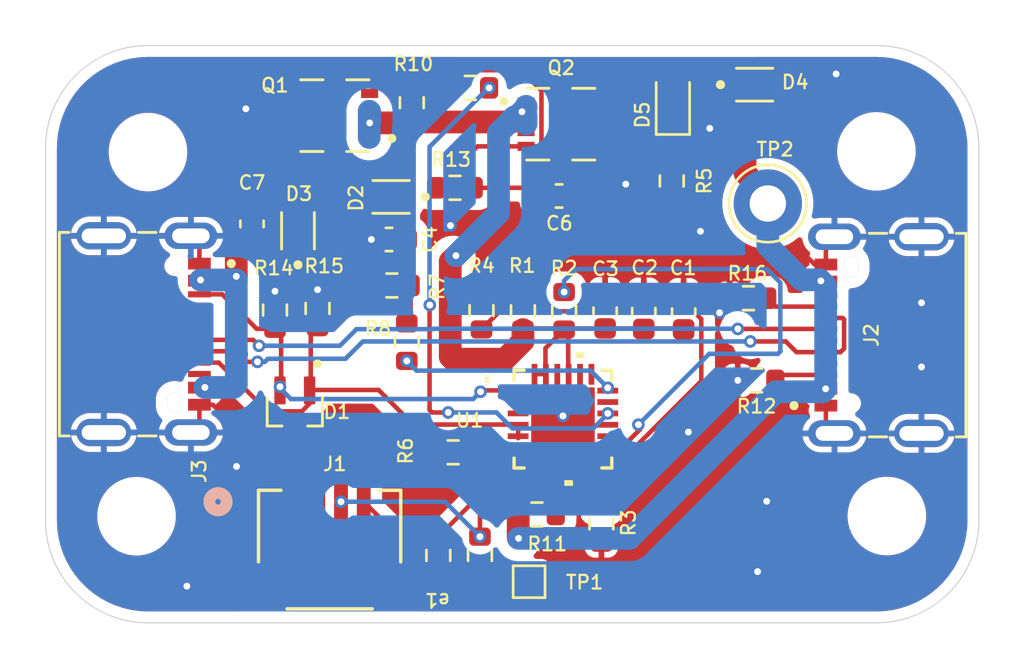
<source format=kicad_pcb>
(kicad_pcb
	(version 20241229)
	(generator "pcbnew")
	(generator_version "9.0")
	(general
		(thickness 1.606)
		(legacy_teardrops no)
	)
	(paper "A4")
	(layers
		(0 "F.Cu" signal "TOP")
		(2 "B.Cu" signal "BOTTOM")
		(9 "F.Adhes" user "F.Adhesive")
		(11 "B.Adhes" user "B.Adhesive")
		(13 "F.Paste" user "Top Paste")
		(15 "B.Paste" user "Bottom Paste")
		(5 "F.SilkS" user "Top Overlay")
		(7 "B.SilkS" user "Bottom Overlay")
		(1 "F.Mask" user "Top Solder")
		(3 "B.Mask" user "Bottom Solder")
		(17 "Dwgs.User" user "User.Drawings")
		(19 "Cmts.User" user "User.Comments")
		(21 "Eco1.User" user "User.Eco1")
		(23 "Eco2.User" user "User.Eco2")
		(25 "Edge.Cuts" user)
		(27 "Margin" user)
		(31 "F.CrtYd" user "F.Courtyard")
		(29 "B.CrtYd" user "B.Courtyard")
		(35 "F.Fab" user "Mechanical 12")
		(33 "B.Fab" user "Top Assembly")
		(39 "User.1" back "Top 3D Body")
		(41 "User.2" user "Top Designator")
		(43 "User.3" user "Route Tool Path")
		(45 "User.4" user "Board")
		(47 "User.5" user "Mechanical 5")
		(49 "User.6" user "Bottom Courtyard")
		(51 "User.7" user "Mechanical 7")
		(53 "User.8" user "Bottom 3D Body")
		(55 "User.9" user "Mechanical 9")
		(57 "User.10" user "Bottom Assembly")
		(59 "User.11" user "Mechanical 11")
		(61 "User.12" user "Mechanical 14")
		(63 "User.13" user "Top Courtyard")
		(65 "User.14" user "Mechanical 16")
	)
	(setup
		(pad_to_mask_clearance 0.05)
		(allow_soldermask_bridges_in_footprints no)
		(tenting front back)
		(aux_axis_origin 127.20111 115.16359)
		(grid_origin 127.20111 115.16359)
		(pcbplotparams
			(layerselection 0x00000000_00000000_55555555_5755f5ff)
			(plot_on_all_layers_selection 0x00000000_00000000_00000000_00000000)
			(disableapertmacros no)
			(usegerberextensions no)
			(usegerberattributes yes)
			(usegerberadvancedattributes yes)
			(creategerberjobfile yes)
			(dashed_line_dash_ratio 12.000000)
			(dashed_line_gap_ratio 3.000000)
			(svgprecision 4)
			(plotframeref no)
			(mode 1)
			(useauxorigin no)
			(hpglpennumber 1)
			(hpglpenspeed 20)
			(hpglpendiameter 15.000000)
			(pdf_front_fp_property_popups yes)
			(pdf_back_fp_property_popups yes)
			(pdf_metadata yes)
			(pdf_single_document no)
			(dxfpolygonmode yes)
			(dxfimperialunits yes)
			(dxfusepcbnewfont yes)
			(psnegative no)
			(psa4output no)
			(plot_black_and_white yes)
			(sketchpadsonfab no)
			(plotpadnumbers no)
			(hidednponfab no)
			(sketchdnponfab yes)
			(crossoutdnponfab yes)
			(subtractmaskfromsilk no)
			(outputformat 1)
			(mirror no)
			(drillshape 1)
			(scaleselection 1)
			(outputdirectory "")
		)
	)
	(net 0 "")
	(net 1 "GND")
	(net 2 "/Power Subsystem/USB_CC1")
	(net 3 "/Power Subsystem/USB_CC2")
	(net 4 "Net-(C4-Pad1)")
	(net 5 "/Power Subsystem/D+")
	(net 6 "/Power Subsystem/D-")
	(net 7 "Net-(C6-Pad1)")
	(net 8 "Net-(R5-Pad1)")
	(net 9 "unconnected-(J1-Pad2)")
	(net 10 "/Power Subsystem/SDA")
	(net 11 "/Power Subsystem/SCL")
	(net 12 "/Power Subsystem/2V7")
	(net 13 "unconnected-(J2-SBU2-Pad4)")
	(net 14 "unconnected-(J2-SBU1-Pad10)")
	(net 15 "/Power Subsystem/USB_VBUS")
	(net 16 "Net-(D5-K)")
	(net 17 "/Power Subsystem/VBUS_VS_DISCH")
	(net 18 "/Power Subsystem/Vsink")
	(net 19 "unconnected-(J3-SBU1-Pad10)")
	(net 20 "unconnected-(J3-SBU2-Pad4)")
	(net 21 "Net-(Q1-Pad4)")
	(net 22 "Net-(U1-ADDR0)")
	(net 23 "Net-(U1-ADDR1)")
	(net 24 "Net-(U1-RESET)")
	(net 25 "Net-(U1-VBUS_EN_SNK)")
	(net 26 "Net-(U1-DISCH)")
	(net 27 "unconnected-(U1-A_B_SIDE-Pad17)")
	(net 28 "unconnected-(U1-GPIO-Pad15)")
	(net 29 "unconnected-(U1-POWER_OK3-Pad14)")
	(net 30 "unconnected-(U1-ALERT-Pad19)")
	(net 31 "unconnected-(U1-POWER_OK2-Pad20)")
	(net 32 "unconnected-(U1-ATTACH-Pad11)")
	(footprint (layer "F.Cu") (at 103.88891 94.6064))
	(footprint "capstone-project:JAE_DX07S016JA1R1500" (layer "F.Cu") (at 105.55 86.61 -90))
	(footprint "capstone-project:TVS_ESDA25P35-1U1M" (layer "F.Cu") (at 110.98 82.065 90))
	(footprint "capstone-project:TRANS_STL6P3LLH6" (layer "F.Cu") (at 122.525 77.385))
	(footprint "Resistor_SMD:R_0603_1608Metric" (layer "F.Cu") (at 115.105 84.47 180))
	(footprint (layer "F.Cu") (at 136.85 94.6))
	(footprint "Capacitor_SMD:C_0603_1608Metric" (layer "F.Cu") (at 114.98 82.45 180))
	(footprint "Capacitor_SMD:C_0603_1608Metric" (layer "F.Cu") (at 108.96 81.765 90))
	(footprint "Resistor_SMD:R_0603_1608Metric" (layer "F.Cu") (at 109.97 85.55 90))
	(footprint "Resistor_SMD:R_0603_1608Metric" (layer "F.Cu") (at 117.1448 96.33 90))
	(footprint (layer "F.Cu") (at 104.39 78.61))
	(footprint "Resistor_SMD:R_0603_1608Metric" (layer "F.Cu") (at 122.6715 85.5835 -90))
	(footprint "Resistor_SMD:R_0603_1608Metric" (layer "F.Cu") (at 131.125 88.64 180))
	(footprint "capstone-project:JAE_DX07S016JA1R1500" (layer "F.Cu") (at 135.27 86.65 90))
	(footprint "Resistor_SMD:R_0603_1608Metric" (layer "F.Cu") (at 117.795 91.8))
	(footprint "Resistor_SMD:R_0603_1608Metric" (layer "F.Cu") (at 120.8615 85.5835 -90))
	(footprint "Resistor_SMD:R_0603_1608Metric" (layer "F.Cu") (at 130.77 85.03 180))
	(footprint "TestPoint:TestPoint_Pad_1.0x1.0mm" (layer "F.Cu") (at 121.1326 97.4852))
	(footprint "Resistor_SMD:R_0603_1608Metric" (layer "F.Cu") (at 115.98 76.44 -90))
	(footprint "Resistor_SMD:R_0603_1608Metric" (layer "F.Cu") (at 127.4 79.88 -90))
	(footprint "capstone-project:CONN_PRT-14417_SPK" (layer "F.Cu") (at 112.369999 96.0715))
	(footprint "Resistor_SMD:R_0603_1608Metric" (layer "F.Cu") (at 121.48 94.53))
	(footprint "LED_SMD:LED_0603_1608Metric" (layer "F.Cu") (at 127.45 76.3525 90))
	(footprint "Capacitor_SMD:C_0603_1608Metric" (layer "F.Cu") (at 126.1715 85.6035 -90))
	(footprint "Resistor_SMD:R_0603_1608Metric" (layer "F.Cu") (at 115.76 86.96 90))
	(footprint "capstone-project:TVS_ESDA25P35-1U1M" (layer "F.Cu") (at 115.0725 80.58 180))
	(footprint "Resistor_SMD:R_0603_1608Metric" (layer "F.Cu") (at 118.9736 96.33 90))
	(footprint "capstone-project:SOT65P210X110-3N" (layer "F.Cu") (at 110.84 90.02 -90))
	(footprint "Resistor_SMD:R_0603_1608Metric" (layer "F.Cu") (at 117.875 80.18 180))
	(footprint "Capacitor_SMD:C_0603_1608Metric" (layer "F.Cu") (at 127.9215 85.6235 -90))
	(footprint "Capacitor_SMD:C_0603_1608Metric" (layer "F.Cu") (at 124.4715 85.5835 -90))
	(footprint "Resistor_SMD:R_0603_1608Metric" (layer "F.Cu") (at 124.3076 94.9452 90))
	(footprint "capstone-project:TRANS_STL6P3LLH6" (layer "F.Cu") (at 112.6 77.01 180))
	(footprint "Resistor_SMD:R_0603_1608Metric" (layer "F.Cu") (at 111.84 85.48 90))
	(footprint "Resistor_SMD:R_0603_1608Metric" (layer "F.Cu") (at 119.0415 85.5765 -90))
	(footprint "Capacitor_SMD:C_0603_1608Metric" (layer "F.Cu") (at 122.45 80.54))
	(footprint "capstone-project:STUSB4500QTR"
		(layer "F.Cu")
		(uuid "e6eb8c3d-74c9-408e-8fbd-caef8da7c2cc")
		(at 122.62 90.3415)
		(tags "STUSB4500QTR ")
		(property "Reference" "U1"
			(at -4.096667 0.056896 0)
			(unlocked yes)
			(layer "F.SilkS")
			(uuid "8c99341b-22e3-43bc-a7db-20b2a29c4ef6")
			(effects
				(font
					(size 0.6 0.6)
					(thickness 0.1)
					(bold yes)
				)
			)
		)
		(property "Value" "STUSB4500QTR"
			(at 0 0 0)
			(unlocked yes)
			(layer "F.Fab")
			(hide yes)
			(uuid "328033da-a51d-4a81-bb97-a262a857d295")
			(effects
				(font
					(size 1 1)
					(thickness 0.15)
				)
			)
		)
		(property "Datasheet" "https://www.st.com/resource/en/datasheet/stusb4500.pdf"
			(at 0 0 0)
			(layer "F.Fab")
			(hide yes)
			(uuid "9e9fc058-5a63-4a82-b456-fa8a2200c102")
			(effects
				(font
					(size 1.27 1.27)
					(thickness 0.15)
				)
			)
		)
		(property "Description" ""
			(at 0 0 0)
			(layer "F.Fab")
			(hide yes)
			(uuid "16493460-4881-47bc-bf25-c78b59a99d72")
			(effects
				(font
					(size 1.27 1.27)
					(thickness 0.15)
				)
			)
		)
		(property ki_fp_filters "QFN24EP_4X4_STM QFN24EP_4X4_STM-M QFN24EP_4X4_STM-L")
		(path "/9fe85a84-eb88-4cb0-ad9c-c856ce023e7b/a1360c75-541a-4f9d-87ce-9d99d490258e")
		(sheetname "/Power Subsystem/")
		(sheetfile "power-subsystem.kicad_sch")
		(attr smd)
		(fp_line
			(start -2.1463 -2.1463)
			(end -2.1463 -1.70974)
			(stroke
				(width 0.1524)
				(type solid)
			)
			(layer "F.SilkS")
			(uuid "5102caad-0c4c-48bb-9e75-f03d7e9626ea")
		)
		(fp_line
			(start -2.1463 1.70974)
			(end -2.1463 2.1463)
			(stroke
				(width 0.1524)
				(type solid)
			)
			(layer "F.SilkS")
			(uuid "7357d53b-f993-46dd-b778-126a11d62e89")
		)
		(fp_line
			(start -2.1463 2.1463)
			(end -1.70974 2.1463)
			(stroke
				(width 0.1524)
				(type solid)
			)
			(layer "F.SilkS")
			(uuid "3d3bc632-6c14-4830-b7af-2274e8da92ee")
		)
		(fp_line
			(start -1.70974 -2.1463)
			(end -2.1463 -2.1463)
			(stroke
				(width 0.1524)
				(type solid)
			)
			(layer "F.SilkS")
			(uuid "a7881cec-2524-4a6d-8621-e2cdb4280c2b")
		)
		(fp_line
			(start 1.70974 2.1463)
			(end 2.1463 2.1463)
			(stroke
				(width 0.1524)
				(type solid)
			)
			(layer "F.SilkS")
			(uuid "50cb609e-540d-4b6d-8a71-8b81efab0eb9")
		)
		(fp_line
			(start 2.1463 -2.1463)
			(end 1.70974 -2.1463)
			(stroke
				(width 0.1524)
				(type solid)
			)
			(layer "F.SilkS")
			(uuid "8e88d7a4-4a39-4625-95c4-51f3aabe6831")
		)
		(fp_line
			(start 2.1463 -1.70974)
			(end 2.1463 -2.1463)
			(stroke
				(width 0.1524)
				(type solid)
			)
			(layer "F.SilkS")
			(uuid "6b273a25-b6d8-4115-89ff-e6ee1658c44d")
		)
		(fp_line
			(start 2.1463 2.1463)
			(end 2.1463 1.70974)
			(stroke
				(width 0.1524)
				(type solid)
			)
			(layer "F.SilkS")
			(uuid "a843a047-f9f5-4d4d-b5f4-3733ca163e8b")
		)
		(fp_poly
			(pts
				(xy 0.059499 2.6797) (xy 0.059499 2.9337) (xy 0.4405 2.9337) (xy 0.4405 2.6797)
			)
			(stroke
				(width 0)
				(type solid)
			)
			(fill yes)
			(layer "F.SilkS")
			(uuid "65b79f93-861d-4000-8b42-cb3a7d976a95")
		)
		(fp_poly
			(pts
				(xy 0.559501 -2.6797) (xy 0.559501 -2.9337) (xy 0.940501 -2.9337) (xy 0.940501 -2.6797)
			)
			(stroke
				(width 0)
				(type solid)
			)
			(fill yes)
			(layer "F.SilkS")
			(uuid "480c4b1d-7d2d-4122-9783-4d21236102ec")
		)
		(fp_poly
			(pts
				(xy -1.297 -1.297) (xy -1.297 -0.1) (xy -0.1 -0.1) (xy -0.1 -1.297)
			)
			(stroke
				(width 0)
				(type solid)
			)
			(fill yes)
			(layer "F.Paste")
			(uuid "8c86019b-b719-4310-a0a6-6682da3bec33")
		)
		(fp_poly
			(pts
				(xy -1.297 0.1) (xy -1.297 1.297) (xy -0.1 1.297) (xy -0.1 0.1)
			)
			(stroke
				(width 0)
				(type solid)
			)
			(fill yes)
			(layer "F.Paste")
			(uuid "4889a0ba-d3ad-4da3-b348-13945e93453e")
		)
		(fp_poly
			(pts
				(xy 0.1 -1.297) (xy 0.1 -0.1) (xy 1.297 -0.1) (xy 1.297 -1.297)
			)
			(stroke
				(width 0)
				(type solid)
			)
			(fill yes)
			(layer "F.Paste")
			(uuid "16570387-8cd1-4c0b-860a-51226b5d8aeb")
		)
		(fp_poly
			(pts
				(xy 0.1 0.1) (xy 0.1 1.297) (xy 1.297 1.297) (xy 1.297 0.1)
			)
			(stroke
				(width 0)
				(type solid)
			)
			(fill yes)
			(layer "F.Paste")
			(uuid "cd50b4a7-8e43-4a86-b832-104e4de8a3d7")
		)
		(fp_line
			(start -2.9337 -1.885)
			(end -2.5273 -1.885)
			(stroke
				(width 0.1524)
				(type solid)
			)
			(layer "F.CrtYd")
			(uuid "6536daba-56fb-4927-85e7-cdc6b9915fd8")
		)
		(fp_line
			(start -2.9337 1.885)
			(end -2.9337 -1.885)
			(stroke
				(width 0.1524)
				(type solid)
			)
			(layer "F.CrtYd")
			(uuid "298d78cb-6fa9-48e3-b5ac-6cb555bcc2c3")
		)
		(fp_line
			(start -2.5273 -2.5273)
			(end -1.885 -2.5273)
			(stroke
				(width 0.1524)
				(type solid)
			)
			(layer "F.CrtYd")
			(uuid "371d61d9-862f-4793-86d9-c6fae380685b")
		)
		(fp_line
			(start -2.5273 -1.885)
			(end -2.5273 -2.5273)
			(stroke
				(width 0.1524)
				(type solid)
			)
			(layer "F.CrtYd")
			(uuid "4ceb9465-8907-4ce7-a390-2e3114a51547")
		)
		(fp_line
			(start -2.5273 1.885)
			(end -2.9337 1.885)
			(stroke
				(width 0.1524)
				(type solid)
			)
			(layer "F.CrtYd")
			(uuid "b7795698-de1e-4e97-9329-6f8f3f7584e1")
		)
		(fp_line
			(start -2.5273 2.5273)
			(end -2.5273 1.885)
			(stroke
				(width 0.1524)
				(type solid)
			)
			(layer "F.CrtYd")
			(uuid "396117c3-a234-4db3-88a0-5eb433501d45")
		)
		(fp_line
			(start -1.885 -2.9337)
			(end 1.885 -2.9337)
			(stroke
				(width 0.1524)
				(type solid)
			)
			(layer "F.CrtYd")
			(uuid "1739fbbb-a146-4815-abf2-801da9725b6a")
		)
		(fp_line
			(start -1.885 -2.5273)
			(end -1.885 -2.9337)
			(stroke
				(width 0.1524)
				(type solid)
			)
			(layer "F.CrtYd")
			(uuid "ddbf8f9c-38ad-4407-925a-1ff62ead3ba7")
		)
		(fp_line
			(start -1.885 2.5273)
			(end -2.5273 2.5273)
			(stroke
				(width 0.1524)
				(type solid)
			)
			(layer "F.CrtYd")
			(uuid "11ac9808-e075-4bd9-aba3-f70c488b5836")
		)
		(fp_line
			(start -1.885 2.9337)
			(end -1.885 2.5273)
			(stroke
				(width 0.1524)
				(type solid)
			)
			(layer "F.CrtYd")
			(uuid "2009bb15-2cb6-4c1f-af2c-a848a4311cd1")
		)
		(fp_line
			(start 1.885 -2.9337)
			(end 1.885 -2.5273)
			(stroke
				(width 0.1524)
				(type solid)
			)
			(layer "F.CrtYd")
			(uuid "8b25142c-9272-431a-8d49-6872eedbbfdf")
		)
		(fp_line
			(start 1.885 -2.5273)
			(end 2.5273 -2.5273)
			(stroke
				(width 0.1524)
				(type solid)
			)
			(layer "F.CrtYd")
			(uuid "8fd9ed19-5b64-4feb-b0e1-2b3efd403f2b")
		)
		(fp_line
			(start 1.885 2.5273)
			(end 1.885 2.9337)
			(stroke
				(width 0.1524)
				(type solid)
			)
			(layer "F.CrtYd")
			(uuid "ddffad5c-4ad7-4334-baeb-9c66ee2e253c")
		)
		(fp_line
			(start 1.885 2.9337)
			(end -1.885 2.9337)
			(stroke
				(width 0.1524)
				(type solid)
			)
			(layer "F.CrtYd")
			(uuid "ea3ae540-2a64-4a76-8891-d9f4d31ec17f")
		)
		(fp_line
			(start 2.5273 -2.5273)
			(end 2.5273 -1.885)
			(stroke
				(width 0.1524)
				(type solid)
			)
			(layer "F.CrtYd")
			(uuid "0e194644-3f2c-40d0-b3ca-18e2d9b37947")
		)
		(fp_line
			(start 2.5273 -1.885)
			(end 2.9337 -1.885)
			(stroke
				(width 0.1524)
				(type solid)
			)
			(layer "F.CrtYd")
			(uuid "6364a578-8363-4e54-a693-b538c5121871")
		)
		(fp_line
			(start 2.5273 1.885)
			(end 2.5273 2.5273)
			(stroke
				(width 0.1524)
				(type solid)
			)
			(layer "F.CrtYd")
			(uuid "028d024f-3695-414f-a799-e752085e85b0")
		)
		(fp_line
			(start 2.5273 2.5273)
			(end 1.885 2.5273)
			(stroke
				(width 0.1524)
				(type solid)
			)
			(layer "F.CrtYd")
			(uuid "3534b467-be7e-4162-a52d-1946bd07f743")
		)
		(fp_line
			(start 2.9337 -1.885)
			(end 2.9337 1.885)
			(stroke
				(width 0.1524)
				(type solid)
			)
			(layer "F.CrtYd")
			(uuid "40a4eaaa-006f-4d89-8bb9-f3e8ae3cd1f5")
		)
		(fp_line
			(start 2.9337 1.885)
			(end 2.5273 1.885)
			(stroke
				(width 0.1524)
				(type solid)
			)
			(layer "F.CrtYd")
			(uuid "a07a8e3a-3413-4487-bc73-5acb5d89f564")
		)
		(fp_line
			(start -2.0193 -2.0193)
			(end -2.0193 -2.0193)
			(stroke
				(width 0.0254)
				(type solid)
			)
			(layer "F.Fab")
			(uuid "9298d936-d970-47b9-82c4-f60418c43b5a")
		)
		(fp_line
			(start -2.0193 -2.0193)
			(end -2.0193 2.0193)
			(stroke
				(width 0.0254)
				(type solid)
			)
			(layer "F.Fab")
			(uuid "93526068-0ec0-403c-80a7-63d07c6c5be7")
		)
		(fp_line
			(start -2.0193 -1.4024)
			(end -2.0193 -1.4024)
			(stroke
				(width 0.0254)
				(type solid)
			)
			(layer "F.Fab")
			(uuid "e6614ea2-b710-4594-a986-a823e78a5843")
		)
		(fp_line
			(start -2.0193 -1.4024)
			(end -2.0193 -1.0976)
			(stroke
				(width 0.0254)
				(type solid)
			)
			(layer "F.Fab")
			(uuid "548d53bc-0df2-4919-a830-a9a90486b9e9")
		)
		(fp_line
			(start -2.0193 -1.0976)
			(end -2.0193 -1.4024)
			(stroke
				(width 0.0254)
				(type solid)
			)
			(layer "F.Fab")
			(uuid "ec0da90b-a3bd-4a9f-a7e7-b6718d7d6d1d")
		)
		(fp_line
			(start -2.0193 -1.0976)
			(end -2.0193 -1.0976)
			(stroke
				(width 0.0254)
				(type solid)
			)
			(layer "F.Fab")
			(uuid "08509af0-8d07-4c68-894f-c7fabec3f59d")
		)
		(fp_line
			(start -2.0193 -0.9024)
			(end -2.0193 -0.9024)
			(stroke
				(width 0.0254)
				(type solid)
			)
			(layer "F.Fab")
			(uuid "6f466535-4cd3-43cd-98b5-0043bf01f7c5")
		)
		(fp_line
			(start -2.0193 -0.9024)
			(end -2.0193 -0.5976)
			(stroke
				(width 0.0254)
				(type solid)
			)
			(layer "F.Fab")
			(uuid "f9b058ae-e44d-4fe7-b853-759a7c1fed93")
		)
		(fp_line
			(start -2.0193 -0.7493)
			(end -0.7493 -2.0193)
			(stroke
				(width 0.0254)
				(type solid)
			)
			(layer "F.Fab")
			(uuid "7166e4d9-426d-454e-a7ce-14a4bfc55d9f")
		)
		(fp_line
			(start -2.0193 -0.5976)
			(end -2.0193 -0.9024)
			(stroke
				(width 0.0254)
				(type solid)
			)
			(layer "F.Fab")
			(uuid "38fe64d9-c1db-49ec-9231-1223ef8a0858")
		)
		(fp_line
			(start -2.0193 -0.5976)
			(end -2.0193 -0.5976)
			(stroke
				(width 0.0254)
				(type solid)
			)
			(layer "F.Fab")
			(uuid "383d6318-792c-45a1-83d6-ece98923b7b9")
		)
		(fp_line
			(start -2.0193 -0.4024)
			(end -2.0193 -0.4024)
			(stroke
				(width 0.0254)
				(type solid)
			)
			(layer "F.Fab")
			(uuid "ec908f66-5765-4967-93ed-992ffbd094cd")
		)
		(fp_line
			(start -2.0193 -0.4024)
			(end -2.0193 -0.0976)
			(stroke
				(width 0.0254)
				(type solid)
			)
			(layer "F.Fab")
			(uuid "4484ac85-2673-4ec2-9bd1-9637af782c78")
		)
		(fp_line
			(start -2.0193 -0.0976)
			(end -2.0193 -0.4024)
			(stroke
				(width 0.0254)
				(type solid)
			)
			(layer "F.Fab")
			(uuid "b102048c-99e7-40e2-8239-d2a508f48749")
		)
		(fp_line
			(start -2.0193 -0.0976)
			(end -2.0193 -0.0976)
			(stroke
				(width 0.0254)
				(type solid)
			)
			(layer "F.Fab")
			(uuid "f5661d85-9baf-439a-9e08-5b69c58d9ce1")
		)
		(fp_line
			(start -2.0193 0.0976)
			(end -2.0193 0.0976)
			(stroke
				(width 0.0254)
				(type solid)
			)
			(layer "F.Fab")
			(uuid "e9d493f1-1d0c-4c81-b61e-9190a54cf2f7")
		)
		(fp_line
			(start -2.0193 0.0976)
			(end -2.0193 0.4024)
			(stroke
				(width 0.0254)
				(type solid)
			)
			(layer "F.Fab")
			(uuid "3dff2c92-8a26-4777-ae94-b8d7f6246a69")
		)
		(fp_line
			(start -2.0193 0.4024)
			(end -2.0193 0.0976)
			(stroke
				(width 0.0254)
				(type solid)
			)
			(layer "F.Fab")
			(uuid "fad4040d-e80d-4e22-be98-66b4467407ef")
		)
		(fp_line
			(start -2.0193 0.4024)
			(end -2.0193 0.4024)
			(stroke
				(width 0.0254)
				(type solid)
			)
			(layer "F.Fab")
			(uuid "077597f1-e3fb-46e6-adc2-782735d1e0c4")
		)
		(fp_line
			(start -2.0193 0.5976)
			(end -2.0193 0.5976)
			(stroke
				(width 0.0254)
				(type solid)
			)
			(layer "F.Fab")
			(uuid "c2eff3e0-db17-4196-b039-616902cff0bc")
		)
		(fp_line
			(start -2.0193 0.5976)
			(end -2.0193 0.9024)
			(stroke
				(width 0.0254)
				(type solid)
			)
			(layer "F.Fab")
			(uuid "d7249549-fb0f-42d9-abdc-49a97cbe3924")
		)
		(fp_line
			(start -2.0193 0.9024)
			(end -2.0193 0.5976)
			(stroke
				(width 0.0254)
				(type solid)
			)
			(layer "F.Fab")
			(uuid "7b9412d0-8457-49f4-9bdb-1b8a4add5a24")
		)
		(fp_line
			(start -2.0193 0.9024)
			(end -2.0193 0.9024)
			(stroke
				(width 0.0254)
				(type solid)
			)
			(layer "F.Fab")
			(uuid "70d5eae2-6781-44b1-a204-52201195e156")
		)
		(fp_line
			(start -2.0193 1.0976)
			(end -2.0193 1.0976)
			(stroke
				(width 0.0254)
				(type solid)
			)
			(layer "F.Fab")
			(uuid "bacf568d-c24e-4cb0-aaaa-7dc54055dba7")
		)
		(fp_line
			(start -2.0193 1.0976)
			(end -2.0193 1.4024)
			(stroke
				(width 0.0254)
				(type solid)
			)
			(layer "F.Fab")
			(uuid "9319ea54-ab77-475b-a695-0084595bd949")
		)
		(fp_line
			(start -2.0193 1.4024)
			(end -2.0193 1.0976)
			(stroke
				(width 0.0254)
				(type solid)
			)
			(layer "F.Fab")
			(uuid "cd1a640b-5f47-4011-bf1d-0aabc04b1374")
		)
		(fp_line
			(start -2.0193 1.4024)
			(end -2.0193 1.4024)
			(stroke
				(width 0.0254)
				(type solid)
			)
			(layer "F.Fab")
			(uuid "334cb7b9-6e48-4149-a567-1de090c0bc31")
		)
		(fp_line
			(start -2.0193 2.0193)
			(end -2.0193 2.0193)
			(stroke
				(width 0.0254)
				(type solid)
			)
			(layer "F.Fab")
			(uuid "db84ac4c-d0c7-4745-a9b3-b90e68b9e0b8")
		)
		(fp_line
			(start -2.0193 2.0193)
			(end 2.0193 2.0193)
			(stroke
				(width 0.0254)
				(type solid)
			)
			(layer "F.Fab")
			(uuid "22feccaf-7a9c-4082-8f1b-5177786b5cd6")
		)
		(fp_line
			(start -1.4024 -2.0193)
			(end -1.4024 -2.0193)
			(stroke
				(width 0.0254)
				(type solid)
			)
			(layer "F.Fab")
			(uuid "2388e911-e96a-40c7-9f80-c056559c8345")
		)
		(fp_line
			(start -1.4024 -2.0193)
			(end -1.0976 -2.0193)
			(stroke
				(width 0.0254)
				(type solid)
			)
			(layer "F.Fab")
			(uuid "16cdee87-28e2-4b68-8ae6-627e8bc19258")
		)
		(fp_line
			(start -1.4024 2.0193)
			(end -1.4024 2.0193)
			(stroke
				(width 0.0254)
				(type solid)
			)
			(layer "F.Fab")
			(uuid "5dc5d8f6-df7f-4b26-9857-3f109e8af972")
		)
		(fp_line
			(start -1.4024 2.0193)
			(end -1.0976 2.0193)
			(stroke
				(width 0.0254)
				(type solid)
			)
			(layer "F.Fab")
			(uuid "77ac3d64-e46b-46e5-b219-b6b1f1184c23")
		)
		(fp_line
			(start -1.0976 -2.0193)
			(end -1.4024 -2.0193)
			(stroke
				(width 0.0254)
				(type solid)
			)
			(layer "F.Fab")
			(uuid "d4846b9d-58c3-4873-a5a1-6256cc9f6e1e")
		)
		(fp_line
			(start -1.0976 -2.0193)
			(end -1.0976 -2.0193)
			(stroke
				(width 0.0254)
				(type solid)
			)
			(layer "F.Fab")
			(uuid "03799e0b-e576-4fc7-af42-a3414cf3fdba")
		)
		(fp_line
			(start -1.0976 2.0193)
			(end -1.4024 2.0193)
			(stroke
				(width 0.0254)
				(type solid)
			)
			(layer "F.Fab")
			(uuid "4ec6dbf4-fd01-46b4-8659-62411a271cb6")
		)
		(fp_line
			(start -1.0976 2.0193)
			(end -1.0976 2.0193)
			(stroke
				(width 0.0254)
				(type solid)
			)
			(layer "F.Fab")
			(uuid "47356b86-25d7-40b5-82a7-f0b83cb4a702")
		)
		(fp_line
			(start -0.9024 -2.0193)
			(end -0.9024 -2.0193)
			(stroke
				(width 0.0254)
				(type solid)
			)
			(layer "F.Fab")
			(uuid "dc9ca7ed-06ad-4341-9d22-4bb1220fdb93")
		)
		(fp_line
			(start -0.9024 -2.0193)
			(end -0.5976 -2.0193)
			(stroke
				(width 0.0254)
				(type solid)
			)
			(layer "F.Fab")
			(uuid "94ac9264-0c1e-4584-86c8-2170c117bbc8")
		)
		(fp_line
			(start -0.9024 2.0193)
			(end -0.9024 2.0193)
			(stroke
				(width 0.0254)
				(type solid)
			)
			(layer "F.Fab")
			(uuid "e4d0dc4f-9155-4a32-b9ba-f44a188d3d05")
		)
		(fp_line
			(start -0.9024 2.0193)
			(end -0.5976 2.0193)
			(stroke
				(width 0.0254)
				(type solid)
			)
			(layer "F.Fab")
			(uuid "04e6f431-5028-48e1-b32e-ee8d502ecd11")
		)
		(fp_line
			(start -0.5976 -2.0193)
			(end -0.9024 -2.0193)
			(stroke
				(width 0.0254)
				(type solid)
			)
			(layer "F.Fab")
			(uuid "09e53951-05aa-4ee1-8d48-713fa34afe21")
		)
		(fp_line
			(start -0.5976 -2.0193)
			(end -0.5976 -2.0193)
			(stroke
				(width 0.0254)
				(type solid)
			)
			(layer "F.Fab")
			(uuid "4960119e-184c-477b-9366-7e68e6081787")
		)
		(fp_line
			(start -0.5976 2.0193)
			(end -0.9024 2.0193)
			(stroke
				(width 0.0254)
				(type solid)
			)
			(layer "F.Fab")
			(uuid "3e5124b8-dee8-4aef-8964-489f4483093c")
		)
		(fp_line
			(start -0.5976 2.0193)
			(end -0.5976 2.0193)
			(stroke
				(width 0.0254)
				(type solid)
			)
			(layer "F.Fab")
			(uuid "e09673d1-1df5-455d-9942-e2d14f89e5ef")
		)
		(fp_line
			(start -0.4024 -2.0193)
			(end -0.4024 -2.0193)
			(stroke
				(width 0.0254)
				(type solid)
			)
			(layer "F.Fab")
			(uuid "bc5926a8-cd7c-43c1-8182-3d2503a11de9")
		)
		(fp_line
			(start -0.4024 -2.0193)
			(end -0.0976 -2.0193)
			(stroke
				(width 0.0254)
				(type solid)
			)
			(layer "F.Fab")
			(uuid "9935c746-c0fd-4a41-b23b-14c28d20a331")
		)
		(fp_line
			(start -0.4024 2.0193)
			(end -0.4024 2.0193)
			(stroke
				(width 0.0254)
				(type solid)
			)
			(layer "F.Fab")
			(uuid "cfe1ee03-78ae-4ea4-a9bf-220bf7d6b071")
		)
		(fp_line
			(start -0.4024 2.0193)
			(end -0.0976 2.0193)
			(stroke
				(width 0.0254)
				(type solid)
			)
			(layer "F.Fab")
			(uuid "46d7abe9-6f33-4fe3-88dc-e368046541a7")
		)
		(fp_line
			(start -0.0976 -2.0193)
			(end -0.4024 -2.0193)
			(stroke
				(width 0.0254)
				(type solid)
			)
			(layer "F.Fab")
			(uuid "973b6440-2c82-44da-b5c1-b03cdf32d071")
		)
		(fp_line
			(start -0.0976 -2.0193)
			(end -0.0976 -2.0193)
			(stroke
				(width 0.0254)
				(type solid)
			)
			(layer "F.Fab")
			(uuid "fd179cd1-0c87-4a30-abae-557a54fe8c70")
		)
		(fp_line
			(start -0.0976 2.0193)
			(end -0.4024 2.0193)
			(stroke
				(width 0.0254)
				(type solid)
			)
			(layer "F.Fab")
			(uuid "308e56ff-3938-4723-90d2-80c93c345549")
		)
		(fp_line
			(start -0.0976 2.0193)
			(end -0.0976 2.0193)
			(stroke
				(width 0.0254)
				(type solid)
			)
			(layer "F.Fab")
			(uuid "5b957859-7146-4917-a447-679d70534ffb")
		)
		(fp_line
			(start 0.0976 -2.0193)
			(end 0.0976 -2.0193)
			(stroke
				(width 0.0254)
				(type solid)
			)
			(layer "F.Fab")
			(uuid "43b13846-a323-45d8-ab40-d1f01575d48a")
		)
		(fp_line
			(start 0.0976 -2.0193)
			(end 0.4024 -2.0193)
			(stroke
				(width 0.0254)
				(type solid)
			)
			(layer "F.Fab")
			(uuid "ab9e9cbc-f55e-4efc-b418-f0aecd5291e2")
		)
		(fp_line
			(start 0.0976 2.0193)
			(end 0.0976 2.0193)
			(stroke
				(width 0.0254)
				(type solid)
			)
			(layer "F.Fab")
			(uuid "544cf257-b3e7-4c5e-a2ec-5e22e22ab402")
		)
		(fp_line
			(start 0.0976 2.0193)
			(end 0.4024 2.0193)
			(stroke
				(width 0.0254)
				(type solid)
			)
			(layer "F.Fab")
			(uuid "46f57c83-0324-4229-a8f4-9566824f1d97")
		)
		(fp_line
			(start 0.4024 -2.0193)
			(end 0.0976 -2.0193)
			(stroke
				(width 0.0254)
				(type solid)
			)
			(layer "F.Fab")
			(uuid "66f92d3f-00da-49ce-bbcc-bce4b3ec209d")
		)
		(fp_line
			(start 0.4024 -2.0193)
			(end 0.4024 -2.0193)
			(stroke
				(width 0.0254)
				(type solid)
			)
			(layer "F.Fab")
			(uuid "2001657f-862d-4508-aec4-5f05cd7a5a24")
		)
		(fp_line
			(start 0.4024 2.0193)
			(end 0.0976 2.0193)
			(stroke
				(width 0.0254)
				(type solid)
			)
			(layer "F.Fab")
			(uuid "9fd6dcea-b62d-4679-947d-6194647cd5f2")
		)
		(fp_line
			(start 0.4024 2.0193)
			(end 0.4024 2.0193)
			(stroke
				(width 0.0254)
				(type solid)
			)
			(layer "F.Fab")
			(uuid "b8158b63-a216-4835-9888-08630cb070cd")
		)
		(fp_line
			(start 0.5976 -2.0193)
			(end 0.5976 -2.0193)
			(stroke
				(width 0.0254)
				(type solid)
			)
			(layer "F.Fab")
			(uuid "ab50c17d-7f35-4306-a7e4-d24e4ce09df1")
		)
		(fp_line
			(start 0.5976 -2.0193)
			(end 0.9024 -2.0193)
			(stroke
				(width 0.0254)
				(type solid)
			)
			(layer "F.Fab")
			(uuid "4f70e0ca-2465-498c-a57e-608a21d39c11")
		)
		(fp_line
			(start 0.5976 2.0193)
			(end 0.5976 2.0193)
			(stroke
				(width 0.0254)
				(type solid)
			)
			(layer "F.Fab")
			(uuid "82bebd3b-c380-4c02-8eac-d20a0996266e")
		)
		(fp_line
			(start 0.5976 2.0193)
			(end 0.9024 2.0193)
			(stroke
				(width 0.0254)
				(type solid)
			)
			(layer "F.Fab")
			(uuid "053886b0-5759-45cc-8c6b-cf62bf522ec5")
		)
		(fp_line
			(start 0.9024 -2.0193)
			(end 0.5976 -2.0193)
			(stroke
				(width 0.0254)
				(type solid)
			)
			(layer "F.Fab")
			(uuid "de576970-0da3-41fb-a798-0f6112ad24dd")
		)
		(fp_line
			(start 0.9024 -2.0193)
			(end 0.9024 -2.0193)
			(stroke
				(width 0.0254)
				(type solid)
			)
			(layer "F.Fab")
			(uuid "ded8fc74-41d3-492f-8a00-127426afa099")
		)
		(fp_line
			(start 0.9024 2.0193)
			(end 0.5976 2.0193)
			(stroke
				(width 0.0254)
				(type solid)
			)
			(layer "F.Fab")
			(uuid "5a238431-6906-4f18-be55-72629274840a")
		)
		(fp_line
			(start 0.9024 2.0193)
			(end 0.9024 2.0193)
			(stroke
				(width 0.0254)
				(type solid)
			)
			(layer "F.Fab")
			(uuid "35624281-a9b1-445f-b7d0-c6696d73dd8c")
		)
		(fp_line
			(start 1.0976 -2.0193)
			(end 1.0976 -2.0193)
			(stroke
				(width 0.0254)
				(type solid)
			)
			(layer "F.Fab")
			(uuid "6a79a66f-bfd7-4118-b17b-d8b26768e5c2")
		)
		(fp_line
			(start 1.0976 -2.0193)
			(end 1.4024 -2.0193)
			(stroke
				(width 0.0254)
				(type solid)
			)
			(layer "F.Fab")
			(uuid "df27a51a-71d3-443d-99db-92bbef1b0524")
		)
		(fp_line
			(start 1.0976 2.0193)
			(end 1.0976 2.0193)
			(stroke
				(width 0.0254)
				(type solid)
			)
			(layer "F.Fab")
			(uuid "a10b9772-a796-45c3-a046-c80a04708af2")
		)
		(fp_line
			(start 1.0976 2.0193)
			(end 1.4024 2.0193)
			(stroke
				(width 0.0254)
				(type solid)
			)
			(layer "F.Fab")
			(uuid "0af34a07-b8e7-4882-aa0d-cb394709a895")
		)
		(fp_line
			(start 1.4024 -2.0193)
			(end 1.0976 -2.0193)
			(stroke
				(
... [232137 chars truncated]
</source>
